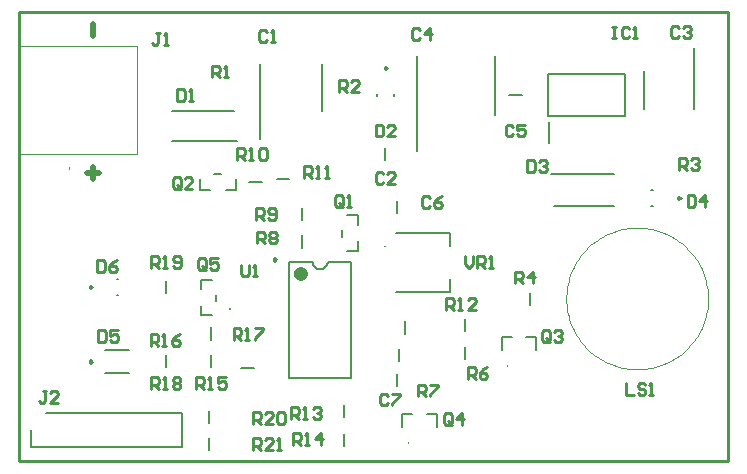
<source format=gto>
G04*
G04 #@! TF.GenerationSoftware,Altium Limited,Altium Designer,20.2.7 (254)*
G04*
G04 Layer_Color=65535*
%FSLAX43Y43*%
%MOMM*%
G71*
G04*
G04 #@! TF.SameCoordinates,D7959DAF-34B1-44DD-8309-E4C0A0F03333*
G04*
G04*
G04 #@! TF.FilePolarity,Positive*
G04*
G01*
G75*
%ADD10C,0.100*%
%ADD11C,0.250*%
%ADD12C,0.600*%
%ADD13C,0.200*%
%ADD14C,0.200*%
%ADD15C,0.500*%
%ADD16C,0.254*%
D10*
X30883Y18245D02*
X30983D01*
X30883D01*
X58318Y13768D02*
X58313Y14022D01*
X58296Y14277D01*
X58269Y14530D01*
X58232Y14782D01*
X58183Y15032D01*
X58124Y15280D01*
X58055Y15525D01*
X57975Y15767D01*
X57885Y16005D01*
X57785Y16239D01*
X57676Y16469D01*
X57556Y16694D01*
X57427Y16914D01*
X57289Y17128D01*
X57142Y17335D01*
X56986Y17537D01*
X56822Y17732D01*
X56650Y17919D01*
X56470Y18099D01*
X56282Y18272D01*
X56087Y18436D01*
X55886Y18592D01*
X55678Y18739D01*
X55464Y18877D01*
X55244Y19006D01*
X55019Y19125D01*
X54789Y19235D01*
X54555Y19335D01*
X54317Y19425D01*
X54075Y19505D01*
X53830Y19574D01*
X53582Y19633D01*
X53332Y19681D01*
X53080Y19719D01*
X52827Y19746D01*
X52573Y19762D01*
X52318Y19768D01*
X52063Y19762D01*
X51809Y19746D01*
X51556Y19719D01*
X51304Y19681D01*
X51054Y19633D01*
X50806Y19574D01*
X50561Y19505D01*
X50319Y19425D01*
X50081Y19335D01*
X49847Y19235D01*
X49617Y19125D01*
X49392Y19006D01*
X49172Y18877D01*
X48958Y18739D01*
X48750Y18592D01*
X48549Y18436D01*
X48354Y18272D01*
X48166Y18099D01*
X47986Y17919D01*
X47814Y17732D01*
X47650Y17537D01*
X47494Y17335D01*
X47347Y17128D01*
X47209Y16914D01*
X47080Y16694D01*
X46960Y16469D01*
X46851Y16239D01*
X46751Y16005D01*
X46661Y15767D01*
X46581Y15525D01*
X46512Y15280D01*
X46453Y15032D01*
X46404Y14782D01*
X46367Y14530D01*
X46340Y14276D01*
X46323Y14022D01*
X46318Y13768D01*
X46323Y13513D01*
X46340Y13259D01*
X46367Y13006D01*
X46404Y12754D01*
X46453Y12504D01*
X46512Y12256D01*
X46581Y12011D01*
X46661Y11769D01*
X46751Y11531D01*
X46851Y11296D01*
X46960Y11066D01*
X47080Y10842D01*
X47209Y10622D01*
X47347Y10408D01*
X47494Y10200D01*
X47650Y9998D01*
X47814Y9804D01*
X47986Y9616D01*
X48166Y9436D01*
X48354Y9264D01*
X48549Y9099D01*
X48750Y8944D01*
X48958Y8797D01*
X49172Y8658D01*
X49392Y8530D01*
X49617Y8410D01*
X49847Y8300D01*
X50081Y8200D01*
X50319Y8110D01*
X50561Y8031D01*
X50806Y7961D01*
X51054Y7902D01*
X51304Y7854D01*
X51556Y7816D01*
X51809Y7789D01*
X52063Y7773D01*
X52318Y7768D01*
X52573Y7773D01*
X52827Y7789D01*
X53080Y7816D01*
X53332Y7854D01*
X53582Y7902D01*
X53830Y7961D01*
X54075Y8031D01*
X54317Y8110D01*
X54555Y8200D01*
X54789Y8300D01*
X55019Y8410D01*
X55244Y8530D01*
X55464Y8658D01*
X55678Y8797D01*
X55886Y8944D01*
X56087Y9099D01*
X56282Y9264D01*
X56470Y9436D01*
X56650Y9616D01*
X56822Y9804D01*
X56986Y9998D01*
X57142Y10200D01*
X57289Y10408D01*
X57427Y10622D01*
X57556Y10842D01*
X57676Y11066D01*
X57785Y11296D01*
X57885Y11531D01*
X57975Y11769D01*
X58055Y12011D01*
X58124Y12256D01*
X58183Y12504D01*
X58232Y12754D01*
X58269Y13006D01*
X58296Y13259D01*
X58313Y13513D01*
X58318Y13768D01*
X4238Y24875D02*
Y24775D01*
Y24875D01*
X32884Y1522D02*
Y1622D01*
Y1522D01*
X41314Y8028D02*
Y8128D01*
Y8028D01*
X-62Y26025D02*
Y35125D01*
X9938D01*
Y26025D02*
Y35125D01*
X-62Y26025D02*
X9938D01*
D11*
X55987Y22303D02*
X55799Y22411D01*
Y22195D01*
X55987Y22303D01*
X21776Y17084D02*
X21589Y17192D01*
Y16976D01*
X21776Y17084D01*
X6168Y14754D02*
X5980Y14862D01*
Y14646D01*
X6168Y14754D01*
X6168Y8437D02*
X5980Y8545D01*
Y8329D01*
X6168Y8437D01*
X31125Y33275D02*
X30938Y33383D01*
Y33167D01*
X31125Y33275D01*
D12*
X24111Y15874D02*
X23998Y16108D01*
X23745Y16166D01*
X23541Y16004D01*
Y15744D01*
X23745Y15581D01*
X23998Y15639D01*
X24111Y15874D01*
D13*
X24826Y16874D02*
X24875Y16631D01*
X25012Y16425D01*
X25218Y16287D01*
X25461Y16239D01*
X25704Y16287D01*
X25910Y16425D01*
X26048Y16631D01*
X26096Y16874D01*
X32000Y21000D02*
Y22050D01*
X31933Y14345D02*
X36433D01*
Y15445D01*
X31933Y19345D02*
X36433D01*
Y18245D02*
Y19345D01*
X53512Y21603D02*
X53662D01*
X53512Y23003D02*
X53662D01*
X45311Y21612D02*
X50339D01*
X45025Y24304D02*
X50339D01*
X44875Y26975D02*
Y28725D01*
X44750Y29250D02*
X51250D01*
Y32750D01*
X44750D02*
X51250D01*
X44750Y29250D02*
Y32750D01*
X22811Y7074D02*
X28111D01*
X26096Y16874D02*
X28111D01*
X22811D02*
X24826D01*
X28111Y7074D02*
Y16874D01*
X22811Y7074D02*
Y16874D01*
X958Y1226D02*
Y2651D01*
Y1226D02*
X13758D01*
Y4076D01*
X2278D02*
X13758D01*
X32434Y3972D02*
X33284D01*
X32434Y2922D02*
Y3972D01*
X34484D02*
X35334D01*
Y2922D02*
Y3972D01*
X40864Y10478D02*
X41714D01*
X40864Y9428D02*
Y10478D01*
X42914D02*
X43764D01*
Y9428D02*
Y10478D01*
X8243Y14054D02*
X8393D01*
X8243Y15454D02*
X8393D01*
X16044Y3220D02*
Y4270D01*
X12382Y14229D02*
Y15279D01*
X31000Y25475D02*
Y26525D01*
X16209Y7962D02*
Y9012D01*
X27482Y1287D02*
Y2337D01*
X19488Y23658D02*
X20538D01*
X31950Y6326D02*
Y7376D01*
X43234Y13184D02*
Y14234D01*
X32679Y10784D02*
Y11834D01*
X15394Y14550D02*
Y15300D01*
X16694Y13600D02*
Y14100D01*
X15394Y15300D02*
X16348D01*
X15394Y12400D02*
X16348D01*
X15394D02*
Y13150D01*
X27300Y19010D02*
Y19606D01*
X27753Y17788D02*
X28700D01*
Y19962D02*
Y20828D01*
Y17788D02*
Y18654D01*
X27753Y20828D02*
X28700D01*
X16523Y24358D02*
X17119D01*
X15301Y22958D02*
Y23905D01*
X17476Y22958D02*
X18341D01*
X15301D02*
X16167D01*
X18341D02*
Y23905D01*
X33646Y26300D02*
Y34300D01*
X40246Y29350D02*
Y34300D01*
X7293Y7462D02*
X9293D01*
X7293Y9412D02*
X9293D01*
X41475Y31000D02*
X42525D01*
X57150Y29850D02*
Y34950D01*
X52850Y29850D02*
Y33075D01*
X16044Y916D02*
Y1966D01*
X12382Y7962D02*
Y9012D01*
X20350Y27250D02*
Y33650D01*
X25650Y29675D02*
Y33650D01*
X16209Y10302D02*
Y11352D01*
X18792Y7933D02*
X19842D01*
X30300Y30925D02*
Y31075D01*
X31700Y30925D02*
Y31075D01*
X27482Y3742D02*
Y4792D01*
X12942Y27073D02*
X18472D01*
X12942Y29677D02*
X18152D01*
X37748Y11013D02*
Y12063D01*
X23950Y18088D02*
Y19138D01*
Y20392D02*
Y21442D01*
X21792Y23922D02*
X22842D01*
X37748Y8648D02*
Y9698D01*
X32118Y8480D02*
Y9530D01*
D14*
X17834Y12900D02*
D03*
D15*
X5759Y24368D02*
X6759D01*
X6259Y24868D02*
Y23868D01*
X6202Y35989D02*
Y36989D01*
D16*
X37762Y17395D02*
Y16729D01*
X38096Y16395D01*
X38429Y16729D01*
Y17395D01*
X38762Y16395D02*
Y17395D01*
X39262D01*
X39429Y17228D01*
Y16895D01*
X39262Y16729D01*
X38762D01*
X39095D02*
X39429Y16395D01*
X39762D02*
X40095D01*
X39928D01*
Y17395D01*
X39762Y17228D01*
X18795Y16647D02*
Y15814D01*
X18962Y15647D01*
X19295D01*
X19461Y15814D01*
Y16647D01*
X19795Y15647D02*
X20128D01*
X19961D01*
Y16647D01*
X19795Y16480D01*
X19822Y948D02*
Y1947D01*
X20322D01*
X20488Y1781D01*
Y1448D01*
X20322Y1281D01*
X19822D01*
X20155D02*
X20488Y948D01*
X21488D02*
X20822D01*
X21488Y1614D01*
Y1781D01*
X21321Y1947D01*
X20988D01*
X20822Y1781D01*
X21821Y948D02*
X22154D01*
X21988D01*
Y1947D01*
X21821Y1781D01*
X19805Y3165D02*
Y4165D01*
X20305D01*
X20472Y3998D01*
Y3665D01*
X20305Y3498D01*
X19805D01*
X20139D02*
X20472Y3165D01*
X21472D02*
X20805D01*
X21472Y3832D01*
Y3998D01*
X21305Y4165D01*
X20972D01*
X20805Y3998D01*
X21805D02*
X21971Y4165D01*
X22305D01*
X22471Y3998D01*
Y3332D01*
X22305Y3165D01*
X21971D01*
X21805Y3332D01*
Y3998D01*
X11169Y16345D02*
Y17345D01*
X11669D01*
X11835Y17178D01*
Y16845D01*
X11669Y16678D01*
X11169D01*
X11502D02*
X11835Y16345D01*
X12169D02*
X12502D01*
X12335D01*
Y17345D01*
X12169Y17178D01*
X13002Y16512D02*
X13168Y16345D01*
X13501D01*
X13668Y16512D01*
Y17178D01*
X13501Y17345D01*
X13168D01*
X13002Y17178D01*
Y17012D01*
X13168Y16845D01*
X13668D01*
X11147Y6127D02*
Y7127D01*
X11647D01*
X11814Y6960D01*
Y6627D01*
X11647Y6461D01*
X11147D01*
X11481D02*
X11814Y6127D01*
X12147D02*
X12480D01*
X12314D01*
Y7127D01*
X12147Y6960D01*
X12980D02*
X13147Y7127D01*
X13480D01*
X13647Y6960D01*
Y6794D01*
X13480Y6627D01*
X13647Y6461D01*
Y6294D01*
X13480Y6127D01*
X13147D01*
X12980Y6294D01*
Y6461D01*
X13147Y6627D01*
X12980Y6794D01*
Y6960D01*
X13147Y6627D02*
X13480D01*
X18136Y10283D02*
Y11283D01*
X18636D01*
X18803Y11116D01*
Y10783D01*
X18636Y10616D01*
X18136D01*
X18470D02*
X18803Y10283D01*
X19136D02*
X19469D01*
X19303D01*
Y11283D01*
X19136Y11116D01*
X19969Y11283D02*
X20636D01*
Y11116D01*
X19969Y10450D01*
Y10283D01*
X11119Y9780D02*
Y10780D01*
X11619D01*
X11785Y10613D01*
Y10280D01*
X11619Y10114D01*
X11119D01*
X11452D02*
X11785Y9780D01*
X12118D02*
X12452D01*
X12285D01*
Y10780D01*
X12118Y10613D01*
X13618Y10780D02*
X13285Y10613D01*
X12951Y10280D01*
Y9947D01*
X13118Y9780D01*
X13451D01*
X13618Y9947D01*
Y10114D01*
X13451Y10280D01*
X12951D01*
X15001Y6127D02*
Y7127D01*
X15501D01*
X15667Y6960D01*
Y6627D01*
X15501Y6461D01*
X15001D01*
X15334D02*
X15667Y6127D01*
X16000D02*
X16334D01*
X16167D01*
Y7127D01*
X16000Y6960D01*
X17500Y7127D02*
X16834D01*
Y6627D01*
X17167Y6794D01*
X17333D01*
X17500Y6627D01*
Y6294D01*
X17333Y6127D01*
X17000D01*
X16834Y6294D01*
X23192Y1377D02*
Y2377D01*
X23692D01*
X23859Y2210D01*
Y1877D01*
X23692Y1710D01*
X23192D01*
X23526D02*
X23859Y1377D01*
X24192D02*
X24525D01*
X24359D01*
Y2377D01*
X24192Y2210D01*
X25525Y1377D02*
Y2377D01*
X25025Y1877D01*
X25691D01*
X23044Y3611D02*
Y4611D01*
X23543D01*
X23710Y4444D01*
Y4111D01*
X23543Y3944D01*
X23044D01*
X23377D02*
X23710Y3611D01*
X24043D02*
X24376D01*
X24210D01*
Y4611D01*
X24043Y4444D01*
X24876D02*
X25043Y4611D01*
X25376D01*
X25543Y4444D01*
Y4278D01*
X25376Y4111D01*
X25210D01*
X25376D01*
X25543Y3944D01*
Y3778D01*
X25376Y3611D01*
X25043D01*
X24876Y3778D01*
X36137Y12823D02*
Y13823D01*
X36637D01*
X36804Y13656D01*
Y13323D01*
X36637Y13156D01*
X36137D01*
X36471D02*
X36804Y12823D01*
X37137D02*
X37470D01*
X37304D01*
Y13823D01*
X37137Y13656D01*
X38637Y12823D02*
X37970D01*
X38637Y13490D01*
Y13656D01*
X38470Y13823D01*
X38137D01*
X37970Y13656D01*
X24081Y23974D02*
Y24973D01*
X24581D01*
X24748Y24807D01*
Y24473D01*
X24581Y24307D01*
X24081D01*
X24415D02*
X24748Y23974D01*
X25081D02*
X25414D01*
X25248D01*
Y24973D01*
X25081Y24807D01*
X25914Y23974D02*
X26247D01*
X26081D01*
Y24973D01*
X25914Y24807D01*
X18454Y25519D02*
Y26518D01*
X18954D01*
X19121Y26352D01*
Y26019D01*
X18954Y25852D01*
X18454D01*
X18787D02*
X19121Y25519D01*
X19454D02*
X19787D01*
X19621D01*
Y26518D01*
X19454Y26352D01*
X20287D02*
X20454Y26518D01*
X20787D01*
X20953Y26352D01*
Y25685D01*
X20787Y25519D01*
X20454D01*
X20287Y25685D01*
Y26352D01*
X20067Y20417D02*
Y21417D01*
X20567D01*
X20733Y21251D01*
Y20917D01*
X20567Y20751D01*
X20067D01*
X20400D02*
X20733Y20417D01*
X21067Y20584D02*
X21233Y20417D01*
X21566D01*
X21733Y20584D01*
Y21251D01*
X21566Y21417D01*
X21233D01*
X21067Y21251D01*
Y21084D01*
X21233Y20917D01*
X21733D01*
X20167Y18438D02*
Y19437D01*
X20667D01*
X20833Y19271D01*
Y18937D01*
X20667Y18771D01*
X20167D01*
X20500D02*
X20833Y18438D01*
X21167Y19271D02*
X21333Y19437D01*
X21666D01*
X21833Y19271D01*
Y19104D01*
X21666Y18937D01*
X21833Y18771D01*
Y18604D01*
X21666Y18438D01*
X21333D01*
X21167Y18604D01*
Y18771D01*
X21333Y18937D01*
X21167Y19104D01*
Y19271D01*
X21333Y18937D02*
X21666D01*
X33774Y5487D02*
Y6486D01*
X34274D01*
X34441Y6320D01*
Y5986D01*
X34274Y5820D01*
X33774D01*
X34107D02*
X34441Y5487D01*
X34774Y6486D02*
X35440D01*
Y6320D01*
X34774Y5653D01*
Y5487D01*
X37965Y6977D02*
Y7977D01*
X38465D01*
X38632Y7811D01*
Y7477D01*
X38465Y7311D01*
X37965D01*
X38298D02*
X38632Y6977D01*
X39631Y7977D02*
X39298Y7811D01*
X38965Y7477D01*
Y7144D01*
X39131Y6977D01*
X39465D01*
X39631Y7144D01*
Y7311D01*
X39465Y7477D01*
X38965D01*
X41998Y15058D02*
Y16058D01*
X42497D01*
X42664Y15891D01*
Y15558D01*
X42497Y15391D01*
X41998D01*
X42331D02*
X42664Y15058D01*
X43497D02*
Y16058D01*
X42997Y15558D01*
X43664D01*
X55855Y24670D02*
Y25670D01*
X56355D01*
X56521Y25503D01*
Y25170D01*
X56355Y25003D01*
X55855D01*
X56188D02*
X56521Y24670D01*
X56855Y25503D02*
X57021Y25670D01*
X57354D01*
X57521Y25503D01*
Y25337D01*
X57354Y25170D01*
X57188D01*
X57354D01*
X57521Y25003D01*
Y24837D01*
X57354Y24670D01*
X57021D01*
X56855Y24837D01*
X27071Y31279D02*
Y32279D01*
X27570D01*
X27737Y32112D01*
Y31779D01*
X27570Y31612D01*
X27071D01*
X27404D02*
X27737Y31279D01*
X28737D02*
X28070D01*
X28737Y31946D01*
Y32112D01*
X28570Y32279D01*
X28237D01*
X28070Y32112D01*
X16334Y32500D02*
Y33500D01*
X16833D01*
X17000Y33333D01*
Y33000D01*
X16833Y32833D01*
X16334D01*
X16667D02*
X17000Y32500D01*
X17333D02*
X17666D01*
X17500D01*
Y33500D01*
X17333Y33333D01*
X15798Y16388D02*
Y17055D01*
X15631Y17221D01*
X15298D01*
X15132Y17055D01*
Y16388D01*
X15298Y16222D01*
X15631D01*
X15465Y16555D02*
X15798Y16222D01*
X15631D02*
X15798Y16388D01*
X16798Y17221D02*
X16131D01*
Y16722D01*
X16464Y16888D01*
X16631D01*
X16798Y16722D01*
Y16388D01*
X16631Y16222D01*
X16298D01*
X16131Y16388D01*
X36611Y3261D02*
Y3928D01*
X36445Y4094D01*
X36112D01*
X35945Y3928D01*
Y3261D01*
X36112Y3095D01*
X36445D01*
X36278Y3428D02*
X36611Y3095D01*
X36445D02*
X36611Y3261D01*
X37444Y3095D02*
Y4094D01*
X36945Y3595D01*
X37611D01*
X44937Y10241D02*
Y10908D01*
X44770Y11074D01*
X44437D01*
X44270Y10908D01*
Y10241D01*
X44437Y10075D01*
X44770D01*
X44604Y10408D02*
X44937Y10075D01*
X44770D02*
X44937Y10241D01*
X45270Y10908D02*
X45437Y11074D01*
X45770D01*
X45936Y10908D01*
Y10741D01*
X45770Y10575D01*
X45603D01*
X45770D01*
X45936Y10408D01*
Y10241D01*
X45770Y10075D01*
X45437D01*
X45270Y10241D01*
X13655Y23227D02*
Y23894D01*
X13488Y24060D01*
X13155D01*
X12989Y23894D01*
Y23227D01*
X13155Y23061D01*
X13488D01*
X13322Y23394D02*
X13655Y23061D01*
X13488D02*
X13655Y23227D01*
X14655Y23061D02*
X13988D01*
X14655Y23727D01*
Y23894D01*
X14488Y24060D01*
X14155D01*
X13988Y23894D01*
X27403Y21674D02*
Y22340D01*
X27236Y22507D01*
X26903D01*
X26736Y22340D01*
Y21674D01*
X26903Y21507D01*
X27236D01*
X27069Y21840D02*
X27403Y21507D01*
X27236D02*
X27403Y21674D01*
X27736Y21507D02*
X28069D01*
X27902D01*
Y22507D01*
X27736Y22340D01*
X51350Y6583D02*
Y5583D01*
X52017D01*
X53017Y6416D02*
X52850Y6583D01*
X52517D01*
X52350Y6416D01*
Y6249D01*
X52517Y6083D01*
X52850D01*
X53017Y5916D01*
Y5750D01*
X52850Y5583D01*
X52517D01*
X52350Y5750D01*
X53350Y5583D02*
X53683D01*
X53516D01*
Y6583D01*
X53350Y6416D01*
X2301Y5948D02*
X1968D01*
X2134D01*
Y5114D01*
X1968Y4948D01*
X1801D01*
X1634Y5114D01*
X3300Y4948D02*
X2634D01*
X3300Y5614D01*
Y5781D01*
X3134Y5948D01*
X2801D01*
X2634Y5781D01*
X11897Y36267D02*
X11564D01*
X11730D01*
Y35434D01*
X11564Y35268D01*
X11397D01*
X11230Y35434D01*
X12230Y35268D02*
X12563D01*
X12397D01*
Y36267D01*
X12230Y36101D01*
X50163Y36795D02*
X50496D01*
X50329D01*
Y35795D01*
X50163D01*
X50496D01*
X51662Y36629D02*
X51496Y36795D01*
X51162D01*
X50996Y36629D01*
Y35962D01*
X51162Y35795D01*
X51496D01*
X51662Y35962D01*
X51996Y35795D02*
X52329D01*
X52162D01*
Y36795D01*
X51996Y36629D01*
X6574Y17044D02*
Y16045D01*
X7074D01*
X7240Y16211D01*
Y16878D01*
X7074Y17044D01*
X6574D01*
X8240D02*
X7907Y16878D01*
X7574Y16544D01*
Y16211D01*
X7740Y16045D01*
X8073D01*
X8240Y16211D01*
Y16378D01*
X8073Y16544D01*
X7574D01*
X6674Y11081D02*
Y10081D01*
X7174D01*
X7341Y10248D01*
Y10914D01*
X7174Y11081D01*
X6674D01*
X8340D02*
X7674D01*
Y10581D01*
X8007Y10747D01*
X8174D01*
X8340Y10581D01*
Y10248D01*
X8174Y10081D01*
X7840D01*
X7674Y10248D01*
X56580Y22545D02*
Y21546D01*
X57080D01*
X57247Y21712D01*
Y22379D01*
X57080Y22545D01*
X56580D01*
X58080Y21546D02*
Y22545D01*
X57580Y22046D01*
X58246D01*
X43007Y25484D02*
Y24484D01*
X43507D01*
X43673Y24651D01*
Y25317D01*
X43507Y25484D01*
X43007D01*
X44007Y25317D02*
X44173Y25484D01*
X44507D01*
X44673Y25317D01*
Y25151D01*
X44507Y24984D01*
X44340D01*
X44507D01*
X44673Y24817D01*
Y24651D01*
X44507Y24484D01*
X44173D01*
X44007Y24651D01*
X30167Y28500D02*
Y27500D01*
X30667D01*
X30833Y27667D01*
Y28333D01*
X30667Y28500D01*
X30167D01*
X31833Y27500D02*
X31167D01*
X31833Y28167D01*
Y28333D01*
X31666Y28500D01*
X31333D01*
X31167Y28333D01*
X13334Y31500D02*
Y30500D01*
X13833D01*
X14000Y30667D01*
Y31333D01*
X13833Y31500D01*
X13334D01*
X14333Y30500D02*
X14666D01*
X14500D01*
Y31500D01*
X14333Y31333D01*
X31233Y5557D02*
X31066Y5723D01*
X30733D01*
X30567Y5557D01*
Y4890D01*
X30733Y4724D01*
X31066D01*
X31233Y4890D01*
X31566Y5723D02*
X32233D01*
Y5557D01*
X31566Y4890D01*
Y4724D01*
X34803Y22290D02*
X34637Y22457D01*
X34303D01*
X34137Y22290D01*
Y21624D01*
X34303Y21457D01*
X34637D01*
X34803Y21624D01*
X35803Y22457D02*
X35470Y22290D01*
X35136Y21957D01*
Y21624D01*
X35303Y21457D01*
X35636D01*
X35803Y21624D01*
Y21790D01*
X35636Y21957D01*
X35136D01*
X41833Y28333D02*
X41667Y28500D01*
X41334D01*
X41167Y28333D01*
Y27667D01*
X41334Y27500D01*
X41667D01*
X41833Y27667D01*
X42833Y28500D02*
X42167D01*
Y28000D01*
X42500Y28167D01*
X42666D01*
X42833Y28000D01*
Y27667D01*
X42666Y27500D01*
X42333D01*
X42167Y27667D01*
X33954Y36502D02*
X33788Y36668D01*
X33454D01*
X33288Y36502D01*
Y35835D01*
X33454Y35668D01*
X33788D01*
X33954Y35835D01*
X34787Y35668D02*
Y36668D01*
X34287Y36168D01*
X34954D01*
X55833Y36683D02*
X55667Y36850D01*
X55334D01*
X55167Y36683D01*
Y36017D01*
X55334Y35850D01*
X55667D01*
X55833Y36017D01*
X56167Y36683D02*
X56333Y36850D01*
X56666D01*
X56833Y36683D01*
Y36517D01*
X56666Y36350D01*
X56500D01*
X56666D01*
X56833Y36183D01*
Y36017D01*
X56666Y35850D01*
X56333D01*
X56167Y36017D01*
X30833Y24333D02*
X30667Y24500D01*
X30334D01*
X30167Y24333D01*
Y23667D01*
X30334Y23500D01*
X30667D01*
X30833Y23667D01*
X31833Y23500D02*
X31167D01*
X31833Y24167D01*
Y24333D01*
X31666Y24500D01*
X31333D01*
X31167Y24333D01*
X21000Y36333D02*
X20833Y36500D01*
X20500D01*
X20334Y36333D01*
Y35667D01*
X20500Y35500D01*
X20833D01*
X21000Y35667D01*
X21333Y35500D02*
X21666D01*
X21500D01*
Y36500D01*
X21333Y36333D01*
X60000Y0D02*
Y38000D01*
X0D02*
X60000D01*
X0Y0D02*
X60000D01*
X0D02*
Y38000D01*
M02*

</source>
